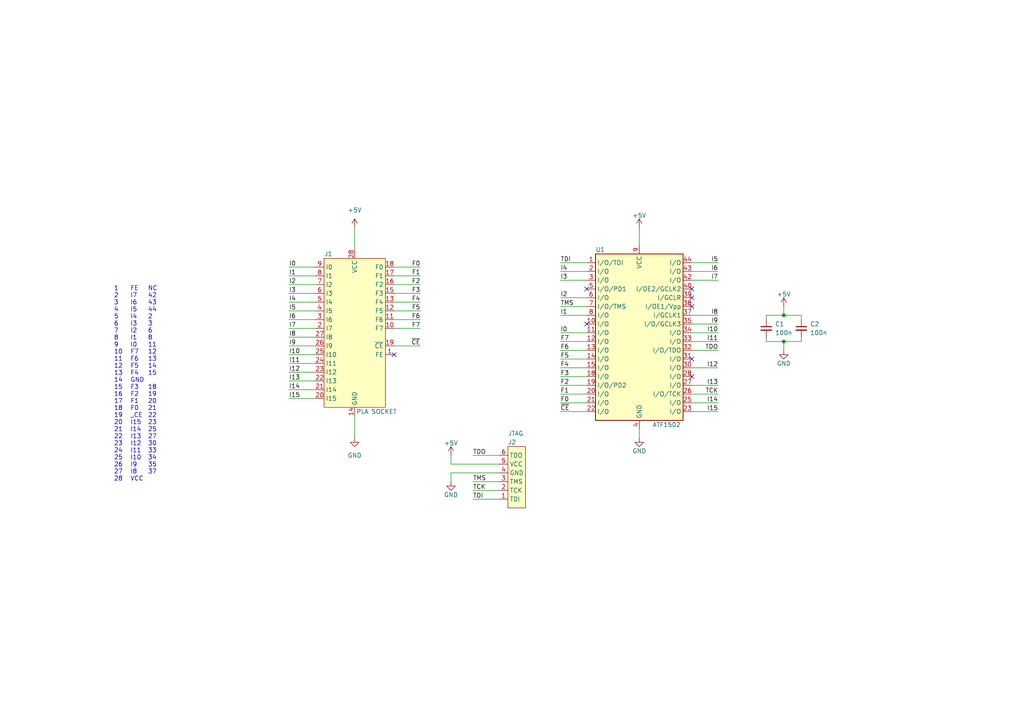
<source format=kicad_sch>
(kicad_sch (version 20230121) (generator eeschema)
  (paper "A4")
  (title_block (title "82S100 PLA Replacement") (date "2024-11-11") (rev "1"))
  (lib_symbols
    (symbol "CPLD_Microchip:ATF1502ASL-xAx44"
      (property "Reference" "U" (at -12.7 24.13 0))
      (property "Value" "ATF1502ASL-xAx44" (at 12.7 24.13 0))
      (symbol "ATF1502ASL-xAx44_0_1"
        (rectangle (start -12.7 22.86) (end 12.7 -25.4) (stroke (width 0.254)) (fill (type background)))
      )
      (symbol "ATF1502ASL-xAx44_1_1"
        (pin bidirectional line (at -15.24 20.32 0) (length 2.54) (name "I/O/TDI") (number "1"))
        (pin bidirectional line (at -15.24 2.54 0) (length 2.54) (name "I/O") (number "10"))
        (pin bidirectional line (at -15.24 0 0) (length 2.54) (name "I/O") (number "11"))
        (pin bidirectional line (at -15.24 -2.54 0) (length 2.54) (name "I/O") (number "12"))
        (pin bidirectional line (at -15.24 -5.08 0) (length 2.54) (name "I/O") (number "13"))
        (pin bidirectional line (at -15.24 -7.62 0) (length 2.54) (name "I/O") (number "14"))
        (pin bidirectional line (at -15.24 -10.16 0) (length 2.54) (name "I/O") (number "15"))
        (pin passive line (at 0 -27.94 90) (length 2.54) hide (name "GND") (number "16"))
        (pin passive line (at 0 25.4 270) (length 2.54) hide (name "VCC") (number "17"))
        (pin bidirectional line (at -15.24 -12.7 0) (length 2.54) (name "I/O") (number "18"))
        (pin bidirectional line (at -15.24 -15.24 0) (length 2.54) (name "I/O/PD2") (number "19"))
        (pin bidirectional line (at -15.24 17.78 0) (length 2.54) (name "I/O") (number "2"))
        (pin bidirectional line (at -15.24 -17.78 0) (length 2.54) (name "I/O") (number "20"))
        (pin bidirectional line (at -15.24 -20.32 0) (length 2.54) (name "I/O") (number "21"))
        (pin bidirectional line (at -15.24 -22.86 0) (length 2.54) (name "I/O") (number "22"))
        (pin bidirectional line (at 15.24 -22.86 180) (length 2.54) (name "I/O") (number "23"))
        (pin passive line (at 0 -27.94 90) (length 2.54) hide (name "GND") (number "24"))
        (pin bidirectional line (at 15.24 -20.32 180) (length 2.54) (name "I/O") (number "25"))
        (pin bidirectional line (at 15.24 -17.78 180) (length 2.54) (name "I/O/TCK") (number "26"))
        (pin bidirectional line (at 15.24 -15.24 180) (length 2.54) (name "I/O") (number "27"))
        (pin bidirectional line (at 15.24 -12.7 180) (length 2.54) (name "I/O") (number "28"))
        (pin passive line (at 0 25.4 270) (length 2.54) hide (name "VCC") (number "29"))
        (pin bidirectional line (at -15.24 15.24 0) (length 2.54) (name "I/O") (number "3"))
        (pin bidirectional line (at 15.24 -10.16 180) (length 2.54) (name "I/O") (number "30"))
        (pin bidirectional line (at 15.24 -7.62 180) (length 2.54) (name "I/O") (number "31"))
        (pin bidirectional line (at 15.24 -5.08 180) (length 2.54) (name "I/O/TDO") (number "32"))
        (pin bidirectional line (at 15.24 -2.54 180) (length 2.54) (name "I/O") (number "33"))
        (pin bidirectional line (at 15.24 0 180) (length 2.54) (name "I/O") (number "34"))
        (pin bidirectional line (at 15.24 2.54 180) (length 2.54) (name "I/O/GCLK3") (number "35"))
        (pin passive line (at 0 -27.94 90) (length 2.54) hide (name "GND") (number "36"))
        (pin input line (at 15.24 5.08 180) (length 2.54) (name "I/GCLK1") (number "37"))
        (pin input line (at 15.24 7.62 180) (length 2.54) (name "I/OE1/Vpp") (number "38"))
        (pin input line (at 15.24 10.16 180) (length 2.54) (name "I/GCLR") (number "39"))
        (pin power_in line (at 0 -27.94 90) (length 2.54) (name "GND") (number "4"))
        (pin input line (at 15.24 12.7 180) (length 2.54) (name "I/OE2/GCLK2") (number "40"))
        (pin passive line (at 0 25.4 270) (length 2.54) hide (name "VCC") (number "41"))
        (pin bidirectional line (at 15.24 15.24 180) (length 2.54) (name "I/O") (number "42"))
        (pin bidirectional line (at 15.24 17.78 180) (length 2.54) (name "I/O") (number "43"))
        (pin bidirectional line (at 15.24 20.32 180) (length 2.54) (name "I/O") (number "44"))
        (pin bidirectional line (at -15.24 12.7 0) (length 2.54) (name "I/O/PD1") (number "5"))
        (pin bidirectional line (at -15.24 10.16 0) (length 2.54) (name "I/O") (number "6"))
        (pin bidirectional line (at -15.24 7.62 0) (length 2.54) (name "I/O/TMS") (number "7"))
        (pin bidirectional line (at -15.24 5.08 0) (length 2.54) (name "I/O") (number "8"))
        (pin power_in line (at 0 25.4 270) (length 2.54) (name "VCC") (number "9"))
      )
    )
    (symbol "Device:C_Small" (pin_numbers hide) (pin_names (offset 0.254) hide)
      (property "Reference" "C" (at 0.254 1.778 0))
      (property "Value" "C_Small" (at 0.254 -2.032 0))
      (symbol "C_Small_0_1"
        (polyline (pts (xy -1.524 -0.508) (xy 1.524 -0.508)) (stroke (width 0.3302)))
        (polyline (pts (xy -1.524 0.508) (xy 1.524 0.508)) (stroke (width 0.3048)))
      )
      (symbol "C_Small_1_1"
        (pin passive line (at 0 2.54 270) (length 2.032) (name "~") (number "1"))
        (pin passive line (at 0 -2.54 90) (length 2.032) (name "~") (number "2"))
      )
    )
    (symbol "JTAG_header:JTAG_Header"
      (property "Reference" "J" (at -2.54 3.81 0))
      (property "Value" "JTAG" (at -2.54 6.35 0))
      (symbol "JTAG_Header_1_1"
        (rectangle (start -2.54 2.54) (end 2.54 -15.24) (fill (type background)))
        (pin bidirectional line (at -5.08 0 0) (length 2.54) (name "TDI") (number "1"))
        (pin bidirectional line (at -5.08 -2.54 0) (length 2.54) (name "TCK") (number "2"))
        (pin bidirectional line (at -5.08 -5.08 0) (length 2.54) (name "TMS") (number "3"))
        (pin power_in line (at -5.08 -7.62 0) (length 2.54) (name "GND") (number "4"))
        (pin power_in line (at -5.08 -10.16 0) (length 2.54) (name "VCC") (number "5"))
        (pin bidirectional line (at -5.08 -12.7 0) (length 2.54) (name "TDO") (number "6"))
      )
    )
    (symbol "MOS-PLA:82S100"
      (property "Reference" "U" (at -7.62 22.86 0))
      (property "Value" "82S100 PLA" (at 6.35 -22.86 0))
      (symbol "82S100_0_0"
        (pin input line (at 11.43 -6.35 180) (length 2.54) (name "FE") (number "1"))
      )
      (symbol "82S100_1_1"
        (rectangle (start -8.89 21.59) (end 8.89 -21.59) (fill (type background)))
        (pin output line (at 11.43 1.27 180) (length 2.54) (name "F7") (number "10"))
        (pin output line (at 11.43 3.81 180) (length 2.54) (name "F6") (number "11"))
        (pin output line (at 11.43 6.35 180) (length 2.54) (name "F5") (number "12"))
        (pin output line (at 11.43 8.89 180) (length 2.54) (name "F4") (number "13"))
        (pin power_in line (at 0 -24.13 90) (length 2.54) (name "GND") (number "14"))
        (pin output line (at 11.43 11.43 180) (length 2.54) (name "F3") (number "15"))
        (pin output line (at 11.43 13.97 180) (length 2.54) (name "F2") (number "16"))
        (pin output line (at 11.43 16.51 180) (length 2.54) (name "F1") (number "17"))
        (pin output line (at 11.43 19.05 180) (length 2.54) (name "F0") (number "18"))
        (pin input line (at 11.43 -3.81 180) (length 2.54) (name "~{CE}") (number "19"))
        (pin input line (at -11.43 1.27 0) (length 2.54) (name "I7") (number "2"))
        (pin input line (at -11.43 -19.05 0) (length 2.54) (name "I15") (number "20"))
        (pin input line (at -11.43 -16.51 0) (length 2.54) (name "I14") (number "21"))
        (pin input line (at -11.43 -13.97 0) (length 2.54) (name "I13") (number "22"))
        (pin input line (at -11.43 -11.43 0) (length 2.54) (name "I12") (number "23"))
        (pin input line (at -11.43 -8.89 0) (length 2.54) (name "I11") (number "24"))
        (pin input line (at -11.43 -6.35 0) (length 2.54) (name "I10") (number "25"))
        (pin input line (at -11.43 -3.81 0) (length 2.54) (name "I9") (number "26"))
        (pin input line (at -11.43 -1.27 0) (length 2.54) (name "I8") (number "27"))
        (pin power_in line (at 0 24.13 270) (length 2.54) (name "VCC") (number "28"))
        (pin input line (at -11.43 3.81 0) (length 2.54) (name "I6") (number "3"))
        (pin input line (at -11.43 6.35 0) (length 2.54) (name "I5") (number "4"))
        (pin input line (at -11.43 8.89 0) (length 2.54) (name "I4") (number "5"))
        (pin input line (at -11.43 11.43 0) (length 2.54) (name "I3") (number "6"))
        (pin input line (at -11.43 13.97 0) (length 2.54) (name "I2") (number "7"))
        (pin input line (at -11.43 16.51 0) (length 2.54) (name "I1") (number "8"))
        (pin input line (at -11.43 19.05 0) (length 2.54) (name "I0") (number "9"))
      )
    )
    (symbol "power:+5V" (power) (pin_names (offset 0))
      (property "Value" "+5V" (at 0 3.556 0))
      (symbol "+5V_0_1"
        (polyline (pts (xy -0.762 1.27) (xy 0 2.54)))
        (polyline (pts (xy 0 0) (xy 0 2.54)))
        (polyline (pts (xy 0 2.54) (xy 0.762 1.27)))
      )
      (symbol "+5V_1_1"
        (pin power_in line (at 0 0 90) (length 0) hide (name "+5V") (number "1"))
      )
    )
    (symbol "power:GND" (power) (pin_names (offset 0))
      (property "Value" "GND" (at 0 -3.81 0))
      (symbol "GND_0_1"
        (polyline (pts (xy 0 0) (xy 0 -1.27) (xy 1.27 -1.27) (xy 0 -2.54) (xy -1.27 -1.27) (xy 0 -1.27)))
      )
      (symbol "GND_1_1"
        (pin power_in line (at 0 0 270) (length 0) hide (name "GND") (number "1"))
      )
    )
  )
  (junction (at 227.33 91.44))
  (junction (at 227.33 99.06))
  (no_connect (at 200.66 86.36))
  (no_connect (at 170.18 83.82))
  (no_connect (at 170.18 93.98))
  (no_connect (at 114.3 102.87))
  (no_connect (at 200.66 88.9))
  (no_connect (at 200.66 83.82))
  (no_connect (at 200.66 109.22))
  (no_connect (at 200.66 104.14))
  (wire (pts (xy 130.81 134.62) (xy 130.81 132.08)))
  (wire (pts (xy 222.25 97.79) (xy 222.25 99.06)))
  (wire (pts (xy 137.16 139.7) (xy 144.78 139.7)))
  (wire (pts (xy 114.3 95.25) (xy 121.92 95.25)))
  (wire (pts (xy 162.56 76.2) (xy 170.18 76.2)))
  (wire (pts (xy 200.66 78.74) (xy 208.28 78.74)))
  (wire (pts (xy 114.3 82.55) (xy 121.92 82.55)))
  (wire (pts (xy 114.3 77.47) (xy 121.92 77.47)))
  (wire (pts (xy 114.3 80.01) (xy 121.92 80.01)))
  (wire (pts (xy 83.82 100.33) (xy 91.44 100.33)))
  (wire (pts (xy 83.82 90.17) (xy 91.44 90.17)))
  (wire (pts (xy 200.66 81.28) (xy 208.28 81.28)))
  (wire (pts (xy 227.33 99.06) (xy 227.33 101.6)))
  (wire (pts (xy 170.18 111.76) (xy 162.56 111.76)))
  (wire (pts (xy 200.66 116.84) (xy 208.28 116.84)))
  (wire (pts (xy 185.42 124.46) (xy 185.42 127)))
  (wire (pts (xy 170.18 104.14) (xy 162.56 104.14)))
  (wire (pts (xy 185.42 66.04) (xy 185.42 71.12)))
  (wire (pts (xy 144.78 134.62) (xy 130.81 134.62)))
  (wire (pts (xy 162.56 81.28) (xy 170.18 81.28)))
  (wire (pts (xy 200.66 106.68) (xy 208.28 106.68)))
  (wire (pts (xy 130.81 137.16) (xy 130.81 139.7)))
  (wire (pts (xy 137.16 132.08) (xy 144.78 132.08)))
  (wire (pts (xy 162.56 86.36) (xy 170.18 86.36)))
  (wire (pts (xy 222.25 91.44) (xy 227.33 91.44)))
  (wire (pts (xy 83.82 107.95) (xy 91.44 107.95)))
  (wire (pts (xy 222.25 99.06) (xy 227.33 99.06)))
  (wire (pts (xy 170.18 99.06) (xy 162.56 99.06)))
  (wire (pts (xy 200.66 96.52) (xy 208.28 96.52)))
  (wire (pts (xy 114.3 85.09) (xy 121.92 85.09)))
  (wire (pts (xy 102.87 66.04) (xy 102.87 72.39)))
  (wire (pts (xy 200.66 114.3) (xy 208.28 114.3)))
  (wire (pts (xy 83.82 87.63) (xy 91.44 87.63)))
  (wire (pts (xy 114.3 90.17) (xy 121.92 90.17)))
  (wire (pts (xy 200.66 99.06) (xy 208.28 99.06)))
  (wire (pts (xy 137.16 144.78) (xy 144.78 144.78)))
  (wire (pts (xy 170.18 114.3) (xy 162.56 114.3)))
  (wire (pts (xy 170.18 101.6) (xy 162.56 101.6)))
  (wire (pts (xy 162.56 91.44) (xy 170.18 91.44)))
  (wire (pts (xy 232.41 92.71) (xy 232.41 91.44)))
  (wire (pts (xy 162.56 96.52) (xy 170.18 96.52)))
  (wire (pts (xy 102.87 120.65) (xy 102.87 127)))
  (wire (pts (xy 227.33 99.06) (xy 232.41 99.06)))
  (wire (pts (xy 170.18 116.84) (xy 162.56 116.84)))
  (wire (pts (xy 114.3 87.63) (xy 121.92 87.63)))
  (wire (pts (xy 170.18 106.68) (xy 162.56 106.68)))
  (wire (pts (xy 222.25 92.71) (xy 222.25 91.44)))
  (wire (pts (xy 83.82 102.87) (xy 91.44 102.87)))
  (wire (pts (xy 114.3 92.71) (xy 121.92 92.71)))
  (wire (pts (xy 83.82 105.41) (xy 91.44 105.41)))
  (wire (pts (xy 83.82 77.47) (xy 91.44 77.47)))
  (wire (pts (xy 83.82 95.25) (xy 91.44 95.25)))
  (wire (pts (xy 170.18 119.38) (xy 162.56 119.38)))
  (wire (pts (xy 232.41 99.06) (xy 232.41 97.79)))
  (wire (pts (xy 83.82 82.55) (xy 91.44 82.55)))
  (wire (pts (xy 200.66 101.6) (xy 208.28 101.6)))
  (wire (pts (xy 162.56 78.74) (xy 170.18 78.74)))
  (wire (pts (xy 200.66 93.98) (xy 208.28 93.98)))
  (wire (pts (xy 200.66 91.44) (xy 208.28 91.44)))
  (wire (pts (xy 83.82 80.01) (xy 91.44 80.01)))
  (wire (pts (xy 227.33 91.44) (xy 227.33 88.9)))
  (wire (pts (xy 162.56 88.9) (xy 170.18 88.9)))
  (wire (pts (xy 83.82 113.03) (xy 91.44 113.03)))
  (wire (pts (xy 200.66 76.2) (xy 208.28 76.2)))
  (wire (pts (xy 83.82 97.79) (xy 91.44 97.79)))
  (wire (pts (xy 232.41 91.44) (xy 227.33 91.44)))
  (wire (pts (xy 83.82 115.57) (xy 91.44 115.57)))
  (wire (pts (xy 200.66 111.76) (xy 208.28 111.76)))
  (wire (pts (xy 83.82 110.49) (xy 91.44 110.49)))
  (wire (pts (xy 114.3 100.33) (xy 121.92 100.33)))
  (wire (pts (xy 83.82 92.71) (xy 91.44 92.71)))
  (wire (pts (xy 137.16 142.24) (xy 144.78 142.24)))
  (wire (pts (xy 170.18 109.22) (xy 162.56 109.22)))
  (wire (pts (xy 144.78 137.16) (xy 130.81 137.16)))
  (wire (pts (xy 200.66 119.38) (xy 208.28 119.38)))
  (wire (pts (xy 83.82 85.09) (xy 91.44 85.09)))
  (text "1	FE	NC	\n2	I7	42	\n3	I6	43	\n4	I5	44	\n5	I4	2	\n6	I3	3	\n7	I2	6	\n8	I1	8	\n9	I0	11	\n10	F7	12		\n11	F6	13	\n12	F5	14	\n13	F4	15	\n14	GND\n15	F3	18	\n16	F2	19	\n17	F1	20	\n18	F0	21	\n19	_CE	22\n20	I15	23	\n21	I14	25	\n22	I13	27	\n23	I12	30	\n24	I11	33	\n25	I10	34	\n26	I9	35	\n27	I8	37	\n28	VCC" (at 33.02 139.7 0) (effects (font (size 1.27 1.27)) (justify left bottom)))
  (label "I12" (at 83.82 107.95 0))
  (label "I2" (at 162.56 86.36 0))
  (label "I14" (at 83.82 113.03 0))
  (label "TMS" (at 162.56 88.9 0))
  (label "I6" (at 208.28 78.74 180))
  (label "I10" (at 83.82 102.87 0))
  (label "I13" (at 83.82 110.49 0))
  (label "I11" (at 208.28 99.06 180))
  (label "F1" (at 162.56 114.3 0))
  (label "F5" (at 121.92 90.17 180))
  (label "TCK" (at 137.16 142.24 0))
  (label "F1" (at 121.92 80.01 180))
  (label "F3" (at 121.92 85.09 180))
  (label "TDO" (at 137.16 132.08 0))
  (label "I13" (at 208.28 111.76 180))
  (label "I10" (at 208.28 96.52 180))
  (label "I5" (at 208.28 76.2 180))
  (label "I4" (at 162.56 78.74 0))
  (label "TDI" (at 137.16 144.78 0))
  (label "F2" (at 162.56 111.76 0))
  (label "F6" (at 162.56 101.6 0))
  (label "I2" (at 83.82 82.55 0))
  (label "F2" (at 121.92 82.55 180))
  (label "TCK" (at 208.28 114.3 180))
  (label "~{CE}" (at 121.92 100.33 180))
  (label "I8" (at 83.82 97.79 0))
  (label "I6" (at 83.82 92.71 0))
  (label "I1" (at 83.82 80.01 0))
  (label "I9" (at 83.82 100.33 0))
  (label "F0" (at 162.56 116.84 0))
  (label "I5" (at 83.82 90.17 0))
  (label "TDO" (at 208.28 101.6 180))
  (label "I0" (at 83.82 77.47 0))
  (label "F0" (at 121.92 77.47 180))
  (label "TDI" (at 162.56 76.2 0))
  (label "I8" (at 208.28 91.44 180))
  (label "F4" (at 121.92 87.63 180))
  (label "F7" (at 121.92 95.25 180))
  (label "~{CE}" (at 162.56 119.38 0))
  (label "F5" (at 162.56 104.14 0))
  (label "I14" (at 208.28 116.84 180))
  (label "F3" (at 162.56 109.22 0))
  (label "I12" (at 208.28 106.68 180))
  (label "I11" (at 83.82 105.41 0))
  (label "I1" (at 162.56 91.44 0))
  (label "I9" (at 208.28 93.98 180))
  (label "I3" (at 83.82 85.09 0))
  (label "F6" (at 121.92 92.71 180))
  (label "I15" (at 208.28 119.38 180))
  (label "I15" (at 83.82 115.57 0))
  (label "F4" (at 162.56 106.68 0))
  (label "TMS" (at 137.16 139.7 0))
  (label "I4" (at 83.82 87.63 0))
  (label "I7" (at 208.28 81.28 180))
  (label "I0" (at 162.56 96.52 0))
  (label "I7" (at 83.82 95.25 0))
  (label "I3" (at 162.56 81.28 0))
  (label "F7" (at 162.56 99.06 0))
  (symbol (lib_id "JTAG_header:JTAG_Header") (at 149.86 144.78 0) (mirror x) (unit 1)
    (property "Reference" "J2" (at 147.32 128.27 0) (effects (justify left)))
    (property "Value" "JTAG" (at 147.32 125.73 0) (effects (justify left)))
    (property "Footprint" "Connector_PinHeader_2.54mm:PinHeader_2x03_P2.54mm_Vertical" (effects hide))
  )
  (symbol (lib_id "power:GND") (at 227.33 101.6 0) (unit 1)
    (property "Reference" "#PWR04" (effects hide))
    (property "Value" "GND" (at 227.33 105.41 0))
  )
  (symbol (lib_id "power:+5V") (at 227.33 88.9 0) (unit 1)
    (property "Reference" "#PWR03" (effects hide))
    (property "Value" "+5V" (at 227.33 85.344 0))
  )
  (symbol (lib_id "power:+5V") (at 130.81 132.08 0) (unit 1)
    (property "Reference" "#PWR0104" (effects hide))
    (property "Value" "+5V" (at 130.81 128.524 0))
  )
  (symbol (lib_id "power:GND") (at 130.81 139.7 0) (unit 1)
    (property "Reference" "#PWR0103" (effects hide))
    (property "Value" "GND" (at 130.81 143.51 0))
  )
  (symbol (lib_id "Device:C_Small") (at 232.41 95.25 0) (unit 1)
    (property "Reference" "C2" (at 234.95 93.9863 0) (effects (justify left)))
    (property "Value" "100n" (at 234.95 96.5263 0) (effects (justify left)))
    (property "Footprint" "Capacitor_SMD:C_0603_1608Metric_Pad1.08x0.95mm_HandSolder" (effects hide))
  )
  (symbol (lib_id "power:+5V") (at 185.42 66.04 0) (unit 1)
    (property "Reference" "#PWR0102" (effects hide))
    (property "Value" "+5V" (at 185.42 62.484 0))
  )
  (symbol (lib_id "CPLD_Microchip:ATF1502ASL-xAx44") (at 185.42 96.52 0) (unit 1)
    (property "Reference" "U1" (at 172.72 72.39 0) (effects (justify left)))
    (property "Value" "ATF1502" (at 189.23 123.19 0) (effects (justify left)))
    (property "Footprint" "Package_QFP:TQFP-44_10x10mm_P0.8mm" (effects hide))
    (property "Datasheet" "http://ww1.microchip.com/downloads/en/DeviceDoc/Atmel-0995-CPLD-ATF1502AS(L)-Datasheet.pdf" (effects hide))
  )
  (symbol (lib_id "power:GND") (at 185.42 127 0) (unit 1)
    (property "Reference" "#PWR0101" (effects hide))
    (property "Value" "GND" (at 185.42 130.81 0))
  )
  (symbol (lib_id "power:+5V") (at 102.87 66.04 0) (unit 1)
    (property "Reference" "#PWR01" (effects hide))
    (property "Value" "+5V" (at 102.87 60.96 0))
  )
  (symbol (lib_id "MOS-PLA:82S100") (at 102.87 96.52 0) (unit 1)
    (property "Reference" "J1" (at 95.25 73.66 0))
    (property "Value" "PLA SOCKET" (at 109.22 119.38 0))
    (property "Footprint" "DIP-28_W15.24mm_BottomHeadersFlat:DIP-28_W15.24mm_BottomHeadersFlat" (effects hide))
  )
  (symbol (lib_id "Device:C_Small") (at 222.25 95.25 0) (unit 1)
    (property "Reference" "C1" (at 224.79 93.9863 0) (effects (justify left)))
    (property "Value" "100n" (at 224.79 96.5263 0) (effects (justify left)))
    (property "Footprint" "Capacitor_SMD:C_0603_1608Metric_Pad1.08x0.95mm_HandSolder" (effects hide))
  )
  (symbol (lib_id "power:GND") (at 102.87 127 0) (unit 1)
    (property "Reference" "#PWR02" (effects hide))
    (property "Value" "GND" (at 102.87 132.08 0))
  )
)
</source>
